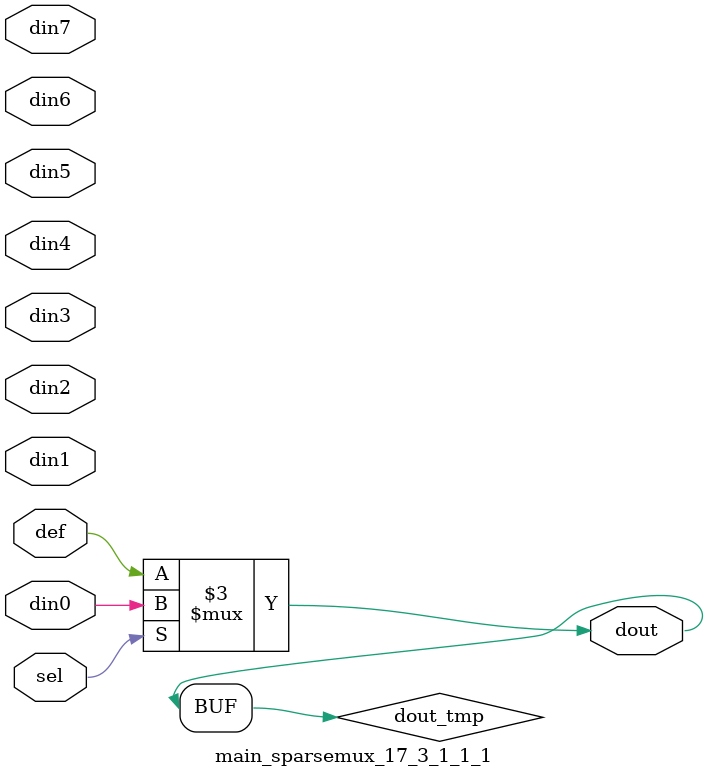
<source format=v>
/*
 * MIT License
 *
 * Copyright (c) 2023 Carnegie Mellon University
 *
 * This file is part of RoWild.
 *
 * Permission is hereby granted, free of charge, to any person obtaining a copy
 * of this software and associated documentation files (the "Software"), to deal
 * in the Software without restriction, including without limitation the rights
 * to use, copy, modify, merge, publish, distribute, sublicense, and/or sell
 * copies of the Software, and to permit persons to whom the Software is
 * furnished to do so, subject to the following conditions:
 *
 * The above copyright notice and this permission notice shall be included in
 * all copies or substantial portions of the Software.
 *
 * THE SOFTWARE IS PROVIDED "AS IS", WITHOUT WARRANTY OF ANY KIND, EXPRESS OR
 * IMPLIED, INCLUDING BUT NOT LIMITED TO THE WARRANTIES OF MERCHANTABILITY,
 * FITNESS FOR A PARTICULAR PURPOSE AND NONINFRINGEMENT. IN NO EVENT SHALL THE
 * AUTHORS OR COPYRIGHT HOLDERS BE LIABLE FOR ANY CLAIM, DAMAGES OR OTHER
 * LIABILITY, WHETHER IN AN ACTION OF CONTRACT, TORT OR OTHERWISE, ARISING FROM,
 * OUT OF OR IN CONNECTION WITH THE SOFTWARE OR THE USE OR OTHER DEALINGS IN THE
 * SOFTWARE.
*/

// ==============================================================
// Generated by Vitis HLS v2023.2
// Copyright 1986-2022 Xilinx, Inc. All Rights Reserved.
// Copyright 2022-2023 Advanced Micro Devices, Inc. All Rights Reserved.
// ==============================================================
// 67d7842dbbe25473c3c32b93c0da8047785f30d78e8a024de1b57352245f9689
`timescale 1ns / 1ps

module main_sparsemux_17_3_1_1_1 (
    din0,
    din1,
    din2,
    din3,
    din4,
    din5,
    din6,
    din7,
    def,
    sel,
    dout
);

    parameter din0_WIDTH = 1;

    parameter din1_WIDTH = 1;

    parameter din2_WIDTH = 1;

    parameter din3_WIDTH = 1;

    parameter din4_WIDTH = 1;

    parameter din5_WIDTH = 1;

    parameter din6_WIDTH = 1;

    parameter din7_WIDTH = 1;

    parameter def_WIDTH = 1;
    parameter sel_WIDTH = 1;
    parameter dout_WIDTH = 1;

    parameter [sel_WIDTH-1:0] CASE0 = 1;

    parameter [sel_WIDTH-1:0] CASE1 = 1;

    parameter [sel_WIDTH-1:0] CASE2 = 1;

    parameter [sel_WIDTH-1:0] CASE3 = 1;

    parameter [sel_WIDTH-1:0] CASE4 = 1;

    parameter [sel_WIDTH-1:0] CASE5 = 1;

    parameter [sel_WIDTH-1:0] CASE6 = 1;

    parameter [sel_WIDTH-1:0] CASE7 = 1;

    parameter ID = 1;
    parameter NUM_STAGE = 1;



    input [din0_WIDTH-1:0] din0;

    input [din1_WIDTH-1:0] din1;

    input [din2_WIDTH-1:0] din2;

    input [din3_WIDTH-1:0] din3;

    input [din4_WIDTH-1:0] din4;

    input [din5_WIDTH-1:0] din5;

    input [din6_WIDTH-1:0] din6;

    input [din7_WIDTH-1:0] din7;

    input [def_WIDTH-1:0] def;
    input [sel_WIDTH-1:0] sel;

    output [dout_WIDTH-1:0] dout;



    reg [dout_WIDTH-1:0] dout_tmp;

    always @(*) begin
        case (sel)

            CASE0: dout_tmp = din0;

            CASE1: dout_tmp = din1;

            CASE2: dout_tmp = din2;

            CASE3: dout_tmp = din3;

            CASE4: dout_tmp = din4;

            CASE5: dout_tmp = din5;

            CASE6: dout_tmp = din6;

            CASE7: dout_tmp = din7;

            default: dout_tmp = def;
        endcase
    end


    assign dout = dout_tmp;



endmodule

</source>
